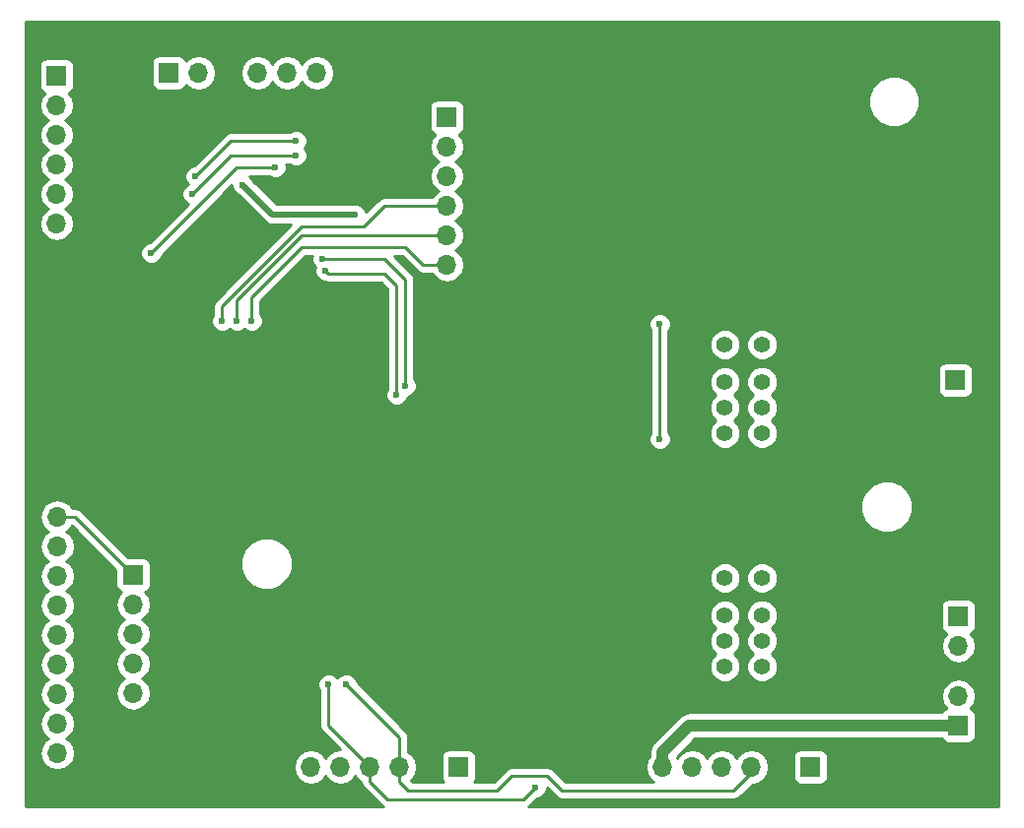
<source format=gbl>
G04 #@! TF.FileFunction,Copper,L2,Bot,Mixed*
%FSLAX46Y46*%
G04 Gerber Fmt 4.6, Leading zero omitted, Abs format (unit mm)*
G04 Created by KiCad (PCBNEW 4.0.7) date 07/06/18 10:56:57*
%MOMM*%
%LPD*%
G01*
G04 APERTURE LIST*
%ADD10C,0.100000*%
%ADD11R,1.700000X1.700000*%
%ADD12O,1.700000X1.700000*%
%ADD13C,1.400000*%
%ADD14C,0.600000*%
%ADD15C,0.254000*%
%ADD16C,0.203200*%
%ADD17C,1.016000*%
%ADD18C,0.250000*%
%ADD19C,0.508000*%
G04 APERTURE END LIST*
D10*
D11*
X49784000Y-73152000D03*
D12*
X52324000Y-73152000D03*
X54864000Y-73152000D03*
X57404000Y-73152000D03*
X59944000Y-73152000D03*
X62484000Y-73152000D03*
D11*
X74676000Y-132842000D03*
D12*
X72136000Y-132842000D03*
X69596000Y-132842000D03*
X67056000Y-132842000D03*
X64516000Y-132842000D03*
X61976000Y-132842000D03*
D11*
X104902000Y-132842000D03*
D12*
X102362000Y-132842000D03*
X99822000Y-132842000D03*
X97282000Y-132842000D03*
X94742000Y-132842000D03*
X92202000Y-132842000D03*
D11*
X117348000Y-99568000D03*
D12*
X117348000Y-102108000D03*
D11*
X117602000Y-119888000D03*
D12*
X117602000Y-122428000D03*
D13*
X97536000Y-96520000D03*
X100736000Y-96520000D03*
X97536000Y-99720000D03*
X97536000Y-101920000D03*
X97536000Y-104120000D03*
X100736000Y-99720000D03*
X100736000Y-101920000D03*
X100736000Y-104120000D03*
X97536000Y-116586000D03*
X100736000Y-116586000D03*
X97536000Y-119786000D03*
X97536000Y-121986000D03*
X97536000Y-124186000D03*
X100736000Y-119786000D03*
X100736000Y-121986000D03*
X100736000Y-124186000D03*
D11*
X117602000Y-129286000D03*
D12*
X117602000Y-126746000D03*
D11*
X40132000Y-73406000D03*
D12*
X40132000Y-75946000D03*
X40132000Y-78486000D03*
X40132000Y-81026000D03*
X40132000Y-83566000D03*
X40132000Y-86106000D03*
D11*
X73660000Y-76962000D03*
D12*
X73660000Y-79502000D03*
X73660000Y-82042000D03*
X73660000Y-84582000D03*
X73660000Y-87122000D03*
X73660000Y-89662000D03*
D11*
X40182800Y-108788200D03*
D12*
X40182800Y-111328200D03*
X40182800Y-113868200D03*
X40182800Y-116408200D03*
X40182800Y-118948200D03*
X40182800Y-121488200D03*
X40182800Y-124028200D03*
X40182800Y-126568200D03*
X40182800Y-129108200D03*
X40182800Y-131648200D03*
D11*
X46710600Y-116332000D03*
D12*
X46710600Y-118872000D03*
X46710600Y-121412000D03*
X46710600Y-123952000D03*
X46710600Y-126492000D03*
D14*
X42418000Y-103124000D03*
X43688000Y-102616000D03*
X43688000Y-104648000D03*
X53063140Y-131907280D03*
X52646580Y-130576320D03*
X54378860Y-130048000D03*
X54378860Y-131678680D03*
X61722000Y-84074000D03*
X96520000Y-93218000D03*
X95758000Y-93980000D03*
X97536000Y-93980000D03*
X96266000Y-113030000D03*
X97028000Y-113792000D03*
X98298000Y-113284000D03*
X57150000Y-99060000D03*
X55372000Y-98552000D03*
X67818000Y-95758000D03*
X67564000Y-93980000D03*
X62230000Y-91948000D03*
X51562000Y-90678000D03*
X53086000Y-129286000D03*
X46228000Y-130810000D03*
X42418000Y-104648000D03*
X58928000Y-81280000D03*
X48260000Y-88646000D03*
X60706000Y-78994000D03*
X52070000Y-82042000D03*
X91948000Y-104648000D03*
X91948000Y-94742000D03*
X60706000Y-80264000D03*
X51816000Y-83566000D03*
X65786000Y-85344000D03*
X56134000Y-82804000D03*
X62992000Y-89154000D03*
X65024000Y-125730000D03*
X70104000Y-100076000D03*
X63246000Y-90170000D03*
X63500000Y-125730000D03*
X69342000Y-100838000D03*
X81280000Y-134620000D03*
X54356000Y-94488000D03*
X55626000Y-94488000D03*
X56896000Y-94488000D03*
D15*
X43180000Y-103124000D02*
X42418000Y-103124000D01*
X43688000Y-102616000D02*
X43180000Y-103124000D01*
D16*
X52646580Y-130576320D02*
X52646580Y-131490720D01*
X52646580Y-131490720D02*
X53063140Y-131907280D01*
X54378860Y-131678680D02*
X54378860Y-130048000D01*
D15*
X97536000Y-93980000D02*
X95758000Y-93980000D01*
X97790000Y-113792000D02*
X97028000Y-113792000D01*
X98298000Y-113284000D02*
X97790000Y-113792000D01*
X42418000Y-104648000D02*
X43688000Y-104648000D01*
D17*
X117602000Y-129286000D02*
X94488000Y-129286000D01*
X94488000Y-129286000D02*
X92202000Y-131572000D01*
X92202000Y-131572000D02*
X92202000Y-132842000D01*
D18*
X56134000Y-81280000D02*
X58928000Y-81280000D01*
D15*
X48260000Y-88646000D02*
X55626000Y-81280000D01*
X55626000Y-81280000D02*
X56134000Y-81280000D01*
X55118000Y-78994000D02*
X60706000Y-78994000D01*
X52070000Y-82042000D02*
X55118000Y-78994000D01*
X91948000Y-94742000D02*
X91948000Y-104648000D01*
X55118000Y-80264000D02*
X60706000Y-80264000D01*
X51816000Y-83566000D02*
X55118000Y-80264000D01*
D19*
X58674000Y-85344000D02*
X65786000Y-85344000D01*
X56134000Y-82804000D02*
X58674000Y-85344000D01*
D15*
X68326000Y-89154000D02*
X70104000Y-90932000D01*
X62992000Y-89154000D02*
X68326000Y-89154000D01*
X69596000Y-130302000D02*
X69596000Y-132842000D01*
X65024000Y-125730000D02*
X69596000Y-130302000D01*
X70104000Y-90932000D02*
X70104000Y-100076000D01*
X99822000Y-132842000D02*
X99822000Y-133350000D01*
X99822000Y-133350000D02*
X98298000Y-134874000D01*
X69596000Y-134112000D02*
X69596000Y-132842000D01*
X70358000Y-134874000D02*
X69596000Y-134112000D01*
X77978000Y-134874000D02*
X70358000Y-134874000D01*
X79248000Y-133604000D02*
X77978000Y-134874000D01*
X82296000Y-133604000D02*
X79248000Y-133604000D01*
X83566000Y-134874000D02*
X82296000Y-133604000D01*
X98298000Y-134874000D02*
X83566000Y-134874000D01*
X68326000Y-90424000D02*
X69342000Y-91440000D01*
X63246000Y-90170000D02*
X63500000Y-90424000D01*
X68326000Y-90424000D02*
X63500000Y-90424000D01*
X63500000Y-129286000D02*
X67056000Y-132842000D01*
X63500000Y-125730000D02*
X63500000Y-129286000D01*
X69342000Y-91440000D02*
X69342000Y-100838000D01*
X67056000Y-132842000D02*
X67056000Y-134112000D01*
X67056000Y-134112000D02*
X68580000Y-135636000D01*
X68580000Y-135636000D02*
X80264000Y-135636000D01*
X80264000Y-135636000D02*
X81280000Y-134620000D01*
X73660000Y-84582000D02*
X68326000Y-84582000D01*
X54356000Y-93218000D02*
X54356000Y-94488000D01*
X61214000Y-86360000D02*
X54356000Y-93218000D01*
X66548000Y-86360000D02*
X61214000Y-86360000D01*
X68326000Y-84582000D02*
X66548000Y-86360000D01*
X73660000Y-87122000D02*
X61214000Y-87122000D01*
X55626000Y-92710000D02*
X55626000Y-94488000D01*
X61214000Y-87122000D02*
X55626000Y-92710000D01*
X73660000Y-89662000D02*
X71628000Y-89662000D01*
X56896000Y-92456000D02*
X56896000Y-94488000D01*
X61214000Y-88138000D02*
X56896000Y-92456000D01*
X70104000Y-88138000D02*
X61214000Y-88138000D01*
X71628000Y-89662000D02*
X70104000Y-88138000D01*
X40182800Y-111328200D02*
X41706800Y-111328200D01*
X41706800Y-111328200D02*
X46710600Y-116332000D01*
G36*
X121032200Y-136271000D02*
X80658864Y-136271000D01*
X80802815Y-136174815D01*
X81422505Y-135555125D01*
X81465167Y-135555162D01*
X81808943Y-135413117D01*
X82072192Y-135150327D01*
X82214838Y-134806799D01*
X82215018Y-134600648D01*
X83027184Y-135412815D01*
X83274395Y-135577996D01*
X83566000Y-135636000D01*
X98298000Y-135636000D01*
X98589605Y-135577996D01*
X98836815Y-135412815D01*
X99911301Y-134338330D01*
X100390285Y-134243054D01*
X100872054Y-133921147D01*
X101193961Y-133439378D01*
X101307000Y-132871093D01*
X101307000Y-132812907D01*
X101193961Y-132244622D01*
X101025165Y-131992000D01*
X103404560Y-131992000D01*
X103404560Y-133692000D01*
X103448838Y-133927317D01*
X103587910Y-134143441D01*
X103800110Y-134288431D01*
X104052000Y-134339440D01*
X105752000Y-134339440D01*
X105987317Y-134295162D01*
X106203441Y-134156090D01*
X106348431Y-133943890D01*
X106399440Y-133692000D01*
X106399440Y-131992000D01*
X106355162Y-131756683D01*
X106216090Y-131540559D01*
X106003890Y-131395569D01*
X105752000Y-131344560D01*
X104052000Y-131344560D01*
X103816683Y-131388838D01*
X103600559Y-131527910D01*
X103455569Y-131740110D01*
X103404560Y-131992000D01*
X101025165Y-131992000D01*
X100872054Y-131762853D01*
X100390285Y-131440946D01*
X99822000Y-131327907D01*
X99253715Y-131440946D01*
X98771946Y-131762853D01*
X98552000Y-132092026D01*
X98332054Y-131762853D01*
X97850285Y-131440946D01*
X97282000Y-131327907D01*
X96713715Y-131440946D01*
X96231946Y-131762853D01*
X96012000Y-132092026D01*
X95792054Y-131762853D01*
X95310285Y-131440946D01*
X94742000Y-131327907D01*
X94173715Y-131440946D01*
X93691946Y-131762853D01*
X93472000Y-132092026D01*
X93402474Y-131987972D01*
X94961446Y-130429000D01*
X116185956Y-130429000D01*
X116287910Y-130587441D01*
X116500110Y-130732431D01*
X116752000Y-130783440D01*
X118452000Y-130783440D01*
X118687317Y-130739162D01*
X118903441Y-130600090D01*
X119048431Y-130387890D01*
X119099440Y-130136000D01*
X119099440Y-128436000D01*
X119055162Y-128200683D01*
X118916090Y-127984559D01*
X118703890Y-127839569D01*
X118636459Y-127825914D01*
X118681147Y-127796054D01*
X119003054Y-127314285D01*
X119116093Y-126746000D01*
X119003054Y-126177715D01*
X118681147Y-125695946D01*
X118199378Y-125374039D01*
X117631093Y-125261000D01*
X117572907Y-125261000D01*
X117004622Y-125374039D01*
X116522853Y-125695946D01*
X116200946Y-126177715D01*
X116087907Y-126746000D01*
X116200946Y-127314285D01*
X116522853Y-127796054D01*
X116564452Y-127823850D01*
X116516683Y-127832838D01*
X116300559Y-127971910D01*
X116183658Y-128143000D01*
X94488000Y-128143000D01*
X94050593Y-128230006D01*
X93679777Y-128477777D01*
X91393777Y-130763777D01*
X91146006Y-131134593D01*
X91059000Y-131572000D01*
X91059000Y-131901957D01*
X90830039Y-132244622D01*
X90717000Y-132812907D01*
X90717000Y-132871093D01*
X90830039Y-133439378D01*
X91151946Y-133921147D01*
X91437578Y-134112000D01*
X83881631Y-134112000D01*
X82834815Y-133065185D01*
X82767432Y-133020161D01*
X82587605Y-132900004D01*
X82296000Y-132842000D01*
X79248000Y-132842000D01*
X78956395Y-132900004D01*
X78709184Y-133065185D01*
X77662370Y-134112000D01*
X76007566Y-134112000D01*
X76122431Y-133943890D01*
X76173440Y-133692000D01*
X76173440Y-131992000D01*
X76129162Y-131756683D01*
X75990090Y-131540559D01*
X75777890Y-131395569D01*
X75526000Y-131344560D01*
X73826000Y-131344560D01*
X73590683Y-131388838D01*
X73374559Y-131527910D01*
X73229569Y-131740110D01*
X73178560Y-131992000D01*
X73178560Y-133692000D01*
X73222838Y-133927317D01*
X73341678Y-134112000D01*
X70673631Y-134112000D01*
X70548177Y-133986546D01*
X70646054Y-133921147D01*
X70967961Y-133439378D01*
X71081000Y-132871093D01*
X71081000Y-132812907D01*
X70967961Y-132244622D01*
X70646054Y-131762853D01*
X70358000Y-131570382D01*
X70358000Y-130302000D01*
X70299996Y-130010395D01*
X70175995Y-129824815D01*
X70134815Y-129763184D01*
X65959125Y-125587495D01*
X65959162Y-125544833D01*
X65817117Y-125201057D01*
X65554327Y-124937808D01*
X65210799Y-124795162D01*
X64838833Y-124794838D01*
X64495057Y-124936883D01*
X64261824Y-125169709D01*
X64030327Y-124937808D01*
X63686799Y-124795162D01*
X63314833Y-124794838D01*
X62971057Y-124936883D01*
X62707808Y-125199673D01*
X62565162Y-125543201D01*
X62564838Y-125915167D01*
X62706883Y-126258943D01*
X62738000Y-126290114D01*
X62738000Y-129286000D01*
X62796004Y-129577605D01*
X62920005Y-129763185D01*
X62961185Y-129824815D01*
X64472858Y-131336488D01*
X63947715Y-131440946D01*
X63465946Y-131762853D01*
X63246000Y-132092026D01*
X63026054Y-131762853D01*
X62544285Y-131440946D01*
X61976000Y-131327907D01*
X61407715Y-131440946D01*
X60925946Y-131762853D01*
X60604039Y-132244622D01*
X60491000Y-132812907D01*
X60491000Y-132871093D01*
X60604039Y-133439378D01*
X60925946Y-133921147D01*
X61407715Y-134243054D01*
X61976000Y-134356093D01*
X62544285Y-134243054D01*
X63026054Y-133921147D01*
X63246000Y-133591974D01*
X63465946Y-133921147D01*
X63947715Y-134243054D01*
X64516000Y-134356093D01*
X65084285Y-134243054D01*
X65566054Y-133921147D01*
X65786000Y-133591974D01*
X66005946Y-133921147D01*
X66294371Y-134113866D01*
X66352004Y-134403605D01*
X66471468Y-134582395D01*
X66517185Y-134650815D01*
X68041184Y-136174815D01*
X68185135Y-136271000D01*
X37489200Y-136271000D01*
X37489200Y-111328200D01*
X38668707Y-111328200D01*
X38781746Y-111896485D01*
X39103653Y-112378254D01*
X39432826Y-112598200D01*
X39103653Y-112818146D01*
X38781746Y-113299915D01*
X38668707Y-113868200D01*
X38781746Y-114436485D01*
X39103653Y-114918254D01*
X39432826Y-115138200D01*
X39103653Y-115358146D01*
X38781746Y-115839915D01*
X38668707Y-116408200D01*
X38781746Y-116976485D01*
X39103653Y-117458254D01*
X39432826Y-117678200D01*
X39103653Y-117898146D01*
X38781746Y-118379915D01*
X38668707Y-118948200D01*
X38781746Y-119516485D01*
X39103653Y-119998254D01*
X39432826Y-120218200D01*
X39103653Y-120438146D01*
X38781746Y-120919915D01*
X38668707Y-121488200D01*
X38781746Y-122056485D01*
X39103653Y-122538254D01*
X39432826Y-122758200D01*
X39103653Y-122978146D01*
X38781746Y-123459915D01*
X38668707Y-124028200D01*
X38781746Y-124596485D01*
X39103653Y-125078254D01*
X39432826Y-125298200D01*
X39103653Y-125518146D01*
X38781746Y-125999915D01*
X38668707Y-126568200D01*
X38781746Y-127136485D01*
X39103653Y-127618254D01*
X39432826Y-127838200D01*
X39103653Y-128058146D01*
X38781746Y-128539915D01*
X38668707Y-129108200D01*
X38781746Y-129676485D01*
X39103653Y-130158254D01*
X39432826Y-130378200D01*
X39103653Y-130598146D01*
X38781746Y-131079915D01*
X38668707Y-131648200D01*
X38781746Y-132216485D01*
X39103653Y-132698254D01*
X39585422Y-133020161D01*
X40153707Y-133133200D01*
X40211893Y-133133200D01*
X40780178Y-133020161D01*
X41261947Y-132698254D01*
X41583854Y-132216485D01*
X41696893Y-131648200D01*
X41583854Y-131079915D01*
X41261947Y-130598146D01*
X40932774Y-130378200D01*
X41261947Y-130158254D01*
X41583854Y-129676485D01*
X41696893Y-129108200D01*
X41583854Y-128539915D01*
X41261947Y-128058146D01*
X40932774Y-127838200D01*
X41261947Y-127618254D01*
X41583854Y-127136485D01*
X41696893Y-126568200D01*
X41583854Y-125999915D01*
X41261947Y-125518146D01*
X40932774Y-125298200D01*
X41261947Y-125078254D01*
X41583854Y-124596485D01*
X41696893Y-124028200D01*
X41583854Y-123459915D01*
X41261947Y-122978146D01*
X40932774Y-122758200D01*
X41261947Y-122538254D01*
X41583854Y-122056485D01*
X41696893Y-121488200D01*
X41583854Y-120919915D01*
X41261947Y-120438146D01*
X40932774Y-120218200D01*
X41261947Y-119998254D01*
X41583854Y-119516485D01*
X41696893Y-118948200D01*
X41583854Y-118379915D01*
X41261947Y-117898146D01*
X40932774Y-117678200D01*
X41261947Y-117458254D01*
X41583854Y-116976485D01*
X41696893Y-116408200D01*
X41583854Y-115839915D01*
X41261947Y-115358146D01*
X40932774Y-115138200D01*
X41261947Y-114918254D01*
X41583854Y-114436485D01*
X41696893Y-113868200D01*
X41583854Y-113299915D01*
X41261947Y-112818146D01*
X40932774Y-112598200D01*
X41261947Y-112378254D01*
X41429084Y-112128114D01*
X45213160Y-115912190D01*
X45213160Y-117182000D01*
X45257438Y-117417317D01*
X45396510Y-117633441D01*
X45608710Y-117778431D01*
X45676141Y-117792086D01*
X45631453Y-117821946D01*
X45309546Y-118303715D01*
X45196507Y-118872000D01*
X45309546Y-119440285D01*
X45631453Y-119922054D01*
X45960626Y-120142000D01*
X45631453Y-120361946D01*
X45309546Y-120843715D01*
X45196507Y-121412000D01*
X45309546Y-121980285D01*
X45631453Y-122462054D01*
X45960626Y-122682000D01*
X45631453Y-122901946D01*
X45309546Y-123383715D01*
X45196507Y-123952000D01*
X45309546Y-124520285D01*
X45631453Y-125002054D01*
X45960626Y-125222000D01*
X45631453Y-125441946D01*
X45309546Y-125923715D01*
X45196507Y-126492000D01*
X45309546Y-127060285D01*
X45631453Y-127542054D01*
X46113222Y-127863961D01*
X46681507Y-127977000D01*
X46739693Y-127977000D01*
X47307978Y-127863961D01*
X47789747Y-127542054D01*
X48111654Y-127060285D01*
X48224693Y-126492000D01*
X48111654Y-125923715D01*
X47789747Y-125441946D01*
X47460574Y-125222000D01*
X47789747Y-125002054D01*
X48111654Y-124520285D01*
X48224693Y-123952000D01*
X48111654Y-123383715D01*
X47789747Y-122901946D01*
X47460574Y-122682000D01*
X47789747Y-122462054D01*
X48111654Y-121980285D01*
X48224693Y-121412000D01*
X48111654Y-120843715D01*
X47789747Y-120361946D01*
X47460574Y-120142000D01*
X47597688Y-120050383D01*
X96200769Y-120050383D01*
X96403582Y-120541229D01*
X96748024Y-120886272D01*
X96404902Y-121228796D01*
X96201232Y-121719287D01*
X96200769Y-122250383D01*
X96403582Y-122741229D01*
X96748024Y-123086272D01*
X96404902Y-123428796D01*
X96201232Y-123919287D01*
X96200769Y-124450383D01*
X96403582Y-124941229D01*
X96778796Y-125317098D01*
X97269287Y-125520768D01*
X97800383Y-125521231D01*
X98291229Y-125318418D01*
X98667098Y-124943204D01*
X98870768Y-124452713D01*
X98871231Y-123921617D01*
X98668418Y-123430771D01*
X98323976Y-123085728D01*
X98667098Y-122743204D01*
X98870768Y-122252713D01*
X98871231Y-121721617D01*
X98668418Y-121230771D01*
X98323976Y-120885728D01*
X98667098Y-120543204D01*
X98870768Y-120052713D01*
X98870770Y-120050383D01*
X99400769Y-120050383D01*
X99603582Y-120541229D01*
X99948024Y-120886272D01*
X99604902Y-121228796D01*
X99401232Y-121719287D01*
X99400769Y-122250383D01*
X99603582Y-122741229D01*
X99948024Y-123086272D01*
X99604902Y-123428796D01*
X99401232Y-123919287D01*
X99400769Y-124450383D01*
X99603582Y-124941229D01*
X99978796Y-125317098D01*
X100469287Y-125520768D01*
X101000383Y-125521231D01*
X101491229Y-125318418D01*
X101867098Y-124943204D01*
X102070768Y-124452713D01*
X102071231Y-123921617D01*
X101868418Y-123430771D01*
X101523976Y-123085728D01*
X101867098Y-122743204D01*
X101997982Y-122428000D01*
X116087907Y-122428000D01*
X116200946Y-122996285D01*
X116522853Y-123478054D01*
X117004622Y-123799961D01*
X117572907Y-123913000D01*
X117631093Y-123913000D01*
X118199378Y-123799961D01*
X118681147Y-123478054D01*
X119003054Y-122996285D01*
X119116093Y-122428000D01*
X119003054Y-121859715D01*
X118681147Y-121377946D01*
X118639548Y-121350150D01*
X118687317Y-121341162D01*
X118903441Y-121202090D01*
X119048431Y-120989890D01*
X119099440Y-120738000D01*
X119099440Y-119038000D01*
X119055162Y-118802683D01*
X118916090Y-118586559D01*
X118703890Y-118441569D01*
X118452000Y-118390560D01*
X116752000Y-118390560D01*
X116516683Y-118434838D01*
X116300559Y-118573910D01*
X116155569Y-118786110D01*
X116104560Y-119038000D01*
X116104560Y-120738000D01*
X116148838Y-120973317D01*
X116287910Y-121189441D01*
X116500110Y-121334431D01*
X116567541Y-121348086D01*
X116522853Y-121377946D01*
X116200946Y-121859715D01*
X116087907Y-122428000D01*
X101997982Y-122428000D01*
X102070768Y-122252713D01*
X102071231Y-121721617D01*
X101868418Y-121230771D01*
X101523976Y-120885728D01*
X101867098Y-120543204D01*
X102070768Y-120052713D01*
X102071231Y-119521617D01*
X101868418Y-119030771D01*
X101493204Y-118654902D01*
X101002713Y-118451232D01*
X100471617Y-118450769D01*
X99980771Y-118653582D01*
X99604902Y-119028796D01*
X99401232Y-119519287D01*
X99400769Y-120050383D01*
X98870770Y-120050383D01*
X98871231Y-119521617D01*
X98668418Y-119030771D01*
X98293204Y-118654902D01*
X97802713Y-118451232D01*
X97271617Y-118450769D01*
X96780771Y-118653582D01*
X96404902Y-119028796D01*
X96201232Y-119519287D01*
X96200769Y-120050383D01*
X47597688Y-120050383D01*
X47789747Y-119922054D01*
X48111654Y-119440285D01*
X48224693Y-118872000D01*
X48111654Y-118303715D01*
X47789747Y-117821946D01*
X47748148Y-117794150D01*
X47795917Y-117785162D01*
X48012041Y-117646090D01*
X48157031Y-117433890D01*
X48208040Y-117182000D01*
X48208040Y-115784019D01*
X55930613Y-115784019D01*
X56270155Y-116605772D01*
X56898321Y-117235036D01*
X57719481Y-117576011D01*
X58608619Y-117576787D01*
X59430372Y-117237245D01*
X59817910Y-116850383D01*
X96200769Y-116850383D01*
X96403582Y-117341229D01*
X96778796Y-117717098D01*
X97269287Y-117920768D01*
X97800383Y-117921231D01*
X98291229Y-117718418D01*
X98667098Y-117343204D01*
X98870768Y-116852713D01*
X98870770Y-116850383D01*
X99400769Y-116850383D01*
X99603582Y-117341229D01*
X99978796Y-117717098D01*
X100469287Y-117920768D01*
X101000383Y-117921231D01*
X101491229Y-117718418D01*
X101867098Y-117343204D01*
X102070768Y-116852713D01*
X102071231Y-116321617D01*
X101868418Y-115830771D01*
X101493204Y-115454902D01*
X101002713Y-115251232D01*
X100471617Y-115250769D01*
X99980771Y-115453582D01*
X99604902Y-115828796D01*
X99401232Y-116319287D01*
X99400769Y-116850383D01*
X98870770Y-116850383D01*
X98871231Y-116321617D01*
X98668418Y-115830771D01*
X98293204Y-115454902D01*
X97802713Y-115251232D01*
X97271617Y-115250769D01*
X96780771Y-115453582D01*
X96404902Y-115828796D01*
X96201232Y-116319287D01*
X96200769Y-116850383D01*
X59817910Y-116850383D01*
X60059636Y-116609079D01*
X60400611Y-115787919D01*
X60401387Y-114898781D01*
X60061845Y-114077028D01*
X59433679Y-113447764D01*
X58612519Y-113106789D01*
X57723381Y-113106013D01*
X56901628Y-113445555D01*
X56272364Y-114073721D01*
X55931389Y-114894881D01*
X55930613Y-115784019D01*
X48208040Y-115784019D01*
X48208040Y-115482000D01*
X48163762Y-115246683D01*
X48024690Y-115030559D01*
X47812490Y-114885569D01*
X47560600Y-114834560D01*
X46290790Y-114834560D01*
X42363449Y-110907219D01*
X109219813Y-110907219D01*
X109559355Y-111728972D01*
X110187521Y-112358236D01*
X111008681Y-112699211D01*
X111897819Y-112699987D01*
X112719572Y-112360445D01*
X113348836Y-111732279D01*
X113689811Y-110911119D01*
X113690587Y-110021981D01*
X113351045Y-109200228D01*
X112722879Y-108570964D01*
X111901719Y-108229989D01*
X111012581Y-108229213D01*
X110190828Y-108568755D01*
X109561564Y-109196921D01*
X109220589Y-110018081D01*
X109219813Y-110907219D01*
X42363449Y-110907219D01*
X42245615Y-110789385D01*
X42201510Y-110759915D01*
X41998405Y-110624204D01*
X41706800Y-110566200D01*
X41454418Y-110566200D01*
X41261947Y-110278146D01*
X40780178Y-109956239D01*
X40211893Y-109843200D01*
X40153707Y-109843200D01*
X39585422Y-109956239D01*
X39103653Y-110278146D01*
X38781746Y-110759915D01*
X38668707Y-111328200D01*
X37489200Y-111328200D01*
X37489200Y-88831167D01*
X47324838Y-88831167D01*
X47466883Y-89174943D01*
X47729673Y-89438192D01*
X48073201Y-89580838D01*
X48445167Y-89581162D01*
X48788943Y-89439117D01*
X49052192Y-89176327D01*
X49194838Y-88832799D01*
X49194876Y-88788754D01*
X55199016Y-82784614D01*
X55198838Y-82989167D01*
X55340883Y-83332943D01*
X55603673Y-83596192D01*
X55715313Y-83642549D01*
X58045382Y-85972618D01*
X58333794Y-86165329D01*
X58674000Y-86233000D01*
X60263369Y-86233000D01*
X53817185Y-92679185D01*
X53652004Y-92926395D01*
X53594000Y-93218000D01*
X53594000Y-93927534D01*
X53563808Y-93957673D01*
X53421162Y-94301201D01*
X53420838Y-94673167D01*
X53562883Y-95016943D01*
X53825673Y-95280192D01*
X54169201Y-95422838D01*
X54541167Y-95423162D01*
X54884943Y-95281117D01*
X54990954Y-95175290D01*
X55095673Y-95280192D01*
X55439201Y-95422838D01*
X55811167Y-95423162D01*
X56154943Y-95281117D01*
X56260954Y-95175290D01*
X56365673Y-95280192D01*
X56709201Y-95422838D01*
X57081167Y-95423162D01*
X57424943Y-95281117D01*
X57688192Y-95018327D01*
X57830838Y-94674799D01*
X57831162Y-94302833D01*
X57689117Y-93959057D01*
X57658000Y-93927886D01*
X57658000Y-92771630D01*
X61529630Y-88900000D01*
X62085066Y-88900000D01*
X62057162Y-88967201D01*
X62056838Y-89339167D01*
X62198883Y-89682943D01*
X62366230Y-89850583D01*
X62311162Y-89983201D01*
X62310838Y-90355167D01*
X62452883Y-90698943D01*
X62715673Y-90962192D01*
X63059201Y-91104838D01*
X63173886Y-91104938D01*
X63208395Y-91127996D01*
X63500000Y-91186000D01*
X68010370Y-91186000D01*
X68580000Y-91755630D01*
X68580000Y-100277534D01*
X68549808Y-100307673D01*
X68407162Y-100651201D01*
X68406838Y-101023167D01*
X68548883Y-101366943D01*
X68811673Y-101630192D01*
X69155201Y-101772838D01*
X69527167Y-101773162D01*
X69870943Y-101631117D01*
X70134192Y-101368327D01*
X70276838Y-101024799D01*
X70276850Y-101011151D01*
X70289167Y-101011162D01*
X70632943Y-100869117D01*
X70896192Y-100606327D01*
X71038838Y-100262799D01*
X71039162Y-99890833D01*
X70897117Y-99547057D01*
X70866000Y-99515886D01*
X70866000Y-94927167D01*
X91012838Y-94927167D01*
X91154883Y-95270943D01*
X91186000Y-95302114D01*
X91186000Y-104087534D01*
X91155808Y-104117673D01*
X91013162Y-104461201D01*
X91012838Y-104833167D01*
X91154883Y-105176943D01*
X91417673Y-105440192D01*
X91761201Y-105582838D01*
X92133167Y-105583162D01*
X92476943Y-105441117D01*
X92740192Y-105178327D01*
X92882838Y-104834799D01*
X92883162Y-104462833D01*
X92741117Y-104119057D01*
X92710000Y-104087886D01*
X92710000Y-99984383D01*
X96200769Y-99984383D01*
X96403582Y-100475229D01*
X96748024Y-100820272D01*
X96404902Y-101162796D01*
X96201232Y-101653287D01*
X96200769Y-102184383D01*
X96403582Y-102675229D01*
X96748024Y-103020272D01*
X96404902Y-103362796D01*
X96201232Y-103853287D01*
X96200769Y-104384383D01*
X96403582Y-104875229D01*
X96778796Y-105251098D01*
X97269287Y-105454768D01*
X97800383Y-105455231D01*
X98291229Y-105252418D01*
X98667098Y-104877204D01*
X98870768Y-104386713D01*
X98871231Y-103855617D01*
X98668418Y-103364771D01*
X98323976Y-103019728D01*
X98667098Y-102677204D01*
X98870768Y-102186713D01*
X98871231Y-101655617D01*
X98668418Y-101164771D01*
X98323976Y-100819728D01*
X98667098Y-100477204D01*
X98870768Y-99986713D01*
X98870770Y-99984383D01*
X99400769Y-99984383D01*
X99603582Y-100475229D01*
X99948024Y-100820272D01*
X99604902Y-101162796D01*
X99401232Y-101653287D01*
X99400769Y-102184383D01*
X99603582Y-102675229D01*
X99948024Y-103020272D01*
X99604902Y-103362796D01*
X99401232Y-103853287D01*
X99400769Y-104384383D01*
X99603582Y-104875229D01*
X99978796Y-105251098D01*
X100469287Y-105454768D01*
X101000383Y-105455231D01*
X101491229Y-105252418D01*
X101867098Y-104877204D01*
X102070768Y-104386713D01*
X102071231Y-103855617D01*
X101868418Y-103364771D01*
X101523976Y-103019728D01*
X101867098Y-102677204D01*
X102070768Y-102186713D01*
X102071231Y-101655617D01*
X101868418Y-101164771D01*
X101523976Y-100819728D01*
X101867098Y-100477204D01*
X102070768Y-99986713D01*
X102071231Y-99455617D01*
X101868418Y-98964771D01*
X101622078Y-98718000D01*
X115850560Y-98718000D01*
X115850560Y-100418000D01*
X115894838Y-100653317D01*
X116033910Y-100869441D01*
X116246110Y-101014431D01*
X116498000Y-101065440D01*
X118198000Y-101065440D01*
X118433317Y-101021162D01*
X118649441Y-100882090D01*
X118794431Y-100669890D01*
X118845440Y-100418000D01*
X118845440Y-98718000D01*
X118801162Y-98482683D01*
X118662090Y-98266559D01*
X118449890Y-98121569D01*
X118198000Y-98070560D01*
X116498000Y-98070560D01*
X116262683Y-98114838D01*
X116046559Y-98253910D01*
X115901569Y-98466110D01*
X115850560Y-98718000D01*
X101622078Y-98718000D01*
X101493204Y-98588902D01*
X101002713Y-98385232D01*
X100471617Y-98384769D01*
X99980771Y-98587582D01*
X99604902Y-98962796D01*
X99401232Y-99453287D01*
X99400769Y-99984383D01*
X98870770Y-99984383D01*
X98871231Y-99455617D01*
X98668418Y-98964771D01*
X98293204Y-98588902D01*
X97802713Y-98385232D01*
X97271617Y-98384769D01*
X96780771Y-98587582D01*
X96404902Y-98962796D01*
X96201232Y-99453287D01*
X96200769Y-99984383D01*
X92710000Y-99984383D01*
X92710000Y-96784383D01*
X96200769Y-96784383D01*
X96403582Y-97275229D01*
X96778796Y-97651098D01*
X97269287Y-97854768D01*
X97800383Y-97855231D01*
X98291229Y-97652418D01*
X98667098Y-97277204D01*
X98870768Y-96786713D01*
X98870770Y-96784383D01*
X99400769Y-96784383D01*
X99603582Y-97275229D01*
X99978796Y-97651098D01*
X100469287Y-97854768D01*
X101000383Y-97855231D01*
X101491229Y-97652418D01*
X101867098Y-97277204D01*
X102070768Y-96786713D01*
X102071231Y-96255617D01*
X101868418Y-95764771D01*
X101493204Y-95388902D01*
X101002713Y-95185232D01*
X100471617Y-95184769D01*
X99980771Y-95387582D01*
X99604902Y-95762796D01*
X99401232Y-96253287D01*
X99400769Y-96784383D01*
X98870770Y-96784383D01*
X98871231Y-96255617D01*
X98668418Y-95764771D01*
X98293204Y-95388902D01*
X97802713Y-95185232D01*
X97271617Y-95184769D01*
X96780771Y-95387582D01*
X96404902Y-95762796D01*
X96201232Y-96253287D01*
X96200769Y-96784383D01*
X92710000Y-96784383D01*
X92710000Y-95302466D01*
X92740192Y-95272327D01*
X92882838Y-94928799D01*
X92883162Y-94556833D01*
X92741117Y-94213057D01*
X92478327Y-93949808D01*
X92134799Y-93807162D01*
X91762833Y-93806838D01*
X91419057Y-93948883D01*
X91155808Y-94211673D01*
X91013162Y-94555201D01*
X91012838Y-94927167D01*
X70866000Y-94927167D01*
X70866000Y-90932000D01*
X70807996Y-90640395D01*
X70741834Y-90541377D01*
X70642816Y-90393185D01*
X69149630Y-88900000D01*
X69788370Y-88900000D01*
X71089184Y-90200815D01*
X71320188Y-90355167D01*
X71336395Y-90365996D01*
X71628000Y-90424000D01*
X72388382Y-90424000D01*
X72580853Y-90712054D01*
X73062622Y-91033961D01*
X73630907Y-91147000D01*
X73689093Y-91147000D01*
X74257378Y-91033961D01*
X74739147Y-90712054D01*
X75061054Y-90230285D01*
X75174093Y-89662000D01*
X75061054Y-89093715D01*
X74739147Y-88611946D01*
X74409974Y-88392000D01*
X74739147Y-88172054D01*
X75061054Y-87690285D01*
X75174093Y-87122000D01*
X75061054Y-86553715D01*
X74739147Y-86071946D01*
X74409974Y-85852000D01*
X74739147Y-85632054D01*
X75061054Y-85150285D01*
X75174093Y-84582000D01*
X75061054Y-84013715D01*
X74739147Y-83531946D01*
X74409974Y-83312000D01*
X74739147Y-83092054D01*
X75061054Y-82610285D01*
X75174093Y-82042000D01*
X75061054Y-81473715D01*
X74739147Y-80991946D01*
X74409974Y-80772000D01*
X74739147Y-80552054D01*
X75061054Y-80070285D01*
X75174093Y-79502000D01*
X75061054Y-78933715D01*
X74739147Y-78451946D01*
X74697548Y-78424150D01*
X74745317Y-78415162D01*
X74961441Y-78276090D01*
X75106431Y-78063890D01*
X75157440Y-77812000D01*
X75157440Y-76112000D01*
X75147359Y-76058419D01*
X109829413Y-76058419D01*
X110168955Y-76880172D01*
X110797121Y-77509436D01*
X111618281Y-77850411D01*
X112507419Y-77851187D01*
X113329172Y-77511645D01*
X113958436Y-76883479D01*
X114299411Y-76062319D01*
X114300187Y-75173181D01*
X113960645Y-74351428D01*
X113332479Y-73722164D01*
X112511319Y-73381189D01*
X111622181Y-73380413D01*
X110800428Y-73719955D01*
X110171164Y-74348121D01*
X109830189Y-75169281D01*
X109829413Y-76058419D01*
X75147359Y-76058419D01*
X75113162Y-75876683D01*
X74974090Y-75660559D01*
X74761890Y-75515569D01*
X74510000Y-75464560D01*
X72810000Y-75464560D01*
X72574683Y-75508838D01*
X72358559Y-75647910D01*
X72213569Y-75860110D01*
X72162560Y-76112000D01*
X72162560Y-77812000D01*
X72206838Y-78047317D01*
X72345910Y-78263441D01*
X72558110Y-78408431D01*
X72625541Y-78422086D01*
X72580853Y-78451946D01*
X72258946Y-78933715D01*
X72145907Y-79502000D01*
X72258946Y-80070285D01*
X72580853Y-80552054D01*
X72910026Y-80772000D01*
X72580853Y-80991946D01*
X72258946Y-81473715D01*
X72145907Y-82042000D01*
X72258946Y-82610285D01*
X72580853Y-83092054D01*
X72910026Y-83312000D01*
X72580853Y-83531946D01*
X72388382Y-83820000D01*
X68326000Y-83820000D01*
X68034395Y-83878004D01*
X67935377Y-83944166D01*
X67787185Y-84043184D01*
X66706652Y-85123717D01*
X66579117Y-84815057D01*
X66316327Y-84551808D01*
X65972799Y-84409162D01*
X65600833Y-84408838D01*
X65489112Y-84455000D01*
X59042236Y-84455000D01*
X56972762Y-82385526D01*
X56927117Y-82275057D01*
X56692470Y-82040000D01*
X58365537Y-82040000D01*
X58397673Y-82072192D01*
X58741201Y-82214838D01*
X59113167Y-82215162D01*
X59456943Y-82073117D01*
X59720192Y-81810327D01*
X59862838Y-81466799D01*
X59863162Y-81094833D01*
X59834721Y-81026000D01*
X60145534Y-81026000D01*
X60175673Y-81056192D01*
X60519201Y-81198838D01*
X60891167Y-81199162D01*
X61234943Y-81057117D01*
X61498192Y-80794327D01*
X61640838Y-80450799D01*
X61641162Y-80078833D01*
X61499117Y-79735057D01*
X61393290Y-79629046D01*
X61498192Y-79524327D01*
X61640838Y-79180799D01*
X61641162Y-78808833D01*
X61499117Y-78465057D01*
X61236327Y-78201808D01*
X60892799Y-78059162D01*
X60520833Y-78058838D01*
X60177057Y-78200883D01*
X60145886Y-78232000D01*
X55118000Y-78232000D01*
X54826395Y-78290004D01*
X54579185Y-78455185D01*
X51927495Y-81106875D01*
X51884833Y-81106838D01*
X51541057Y-81248883D01*
X51277808Y-81511673D01*
X51135162Y-81855201D01*
X51134838Y-82227167D01*
X51276883Y-82570943D01*
X51422574Y-82716889D01*
X51287057Y-82772883D01*
X51023808Y-83035673D01*
X50881162Y-83379201D01*
X50880838Y-83751167D01*
X51022883Y-84094943D01*
X51285673Y-84358192D01*
X51416043Y-84412327D01*
X48117495Y-87710875D01*
X48074833Y-87710838D01*
X47731057Y-87852883D01*
X47467808Y-88115673D01*
X47325162Y-88459201D01*
X47324838Y-88831167D01*
X37489200Y-88831167D01*
X37489200Y-75946000D01*
X38617907Y-75946000D01*
X38730946Y-76514285D01*
X39052853Y-76996054D01*
X39382026Y-77216000D01*
X39052853Y-77435946D01*
X38730946Y-77917715D01*
X38617907Y-78486000D01*
X38730946Y-79054285D01*
X39052853Y-79536054D01*
X39382026Y-79756000D01*
X39052853Y-79975946D01*
X38730946Y-80457715D01*
X38617907Y-81026000D01*
X38730946Y-81594285D01*
X39052853Y-82076054D01*
X39382026Y-82296000D01*
X39052853Y-82515946D01*
X38730946Y-82997715D01*
X38617907Y-83566000D01*
X38730946Y-84134285D01*
X39052853Y-84616054D01*
X39382026Y-84836000D01*
X39052853Y-85055946D01*
X38730946Y-85537715D01*
X38617907Y-86106000D01*
X38730946Y-86674285D01*
X39052853Y-87156054D01*
X39534622Y-87477961D01*
X40102907Y-87591000D01*
X40161093Y-87591000D01*
X40729378Y-87477961D01*
X41211147Y-87156054D01*
X41533054Y-86674285D01*
X41646093Y-86106000D01*
X41533054Y-85537715D01*
X41211147Y-85055946D01*
X40881974Y-84836000D01*
X41211147Y-84616054D01*
X41533054Y-84134285D01*
X41646093Y-83566000D01*
X41533054Y-82997715D01*
X41211147Y-82515946D01*
X40881974Y-82296000D01*
X41211147Y-82076054D01*
X41533054Y-81594285D01*
X41646093Y-81026000D01*
X41533054Y-80457715D01*
X41211147Y-79975946D01*
X40881974Y-79756000D01*
X41211147Y-79536054D01*
X41533054Y-79054285D01*
X41646093Y-78486000D01*
X41533054Y-77917715D01*
X41211147Y-77435946D01*
X40881974Y-77216000D01*
X41211147Y-76996054D01*
X41533054Y-76514285D01*
X41646093Y-75946000D01*
X41533054Y-75377715D01*
X41211147Y-74895946D01*
X41169548Y-74868150D01*
X41217317Y-74859162D01*
X41433441Y-74720090D01*
X41578431Y-74507890D01*
X41629440Y-74256000D01*
X41629440Y-72556000D01*
X41585162Y-72320683D01*
X41573140Y-72302000D01*
X48286560Y-72302000D01*
X48286560Y-74002000D01*
X48330838Y-74237317D01*
X48469910Y-74453441D01*
X48682110Y-74598431D01*
X48934000Y-74649440D01*
X50634000Y-74649440D01*
X50869317Y-74605162D01*
X51085441Y-74466090D01*
X51230431Y-74253890D01*
X51244086Y-74186459D01*
X51273946Y-74231147D01*
X51755715Y-74553054D01*
X52324000Y-74666093D01*
X52892285Y-74553054D01*
X53374054Y-74231147D01*
X53695961Y-73749378D01*
X53809000Y-73181093D01*
X53809000Y-73122907D01*
X55919000Y-73122907D01*
X55919000Y-73181093D01*
X56032039Y-73749378D01*
X56353946Y-74231147D01*
X56835715Y-74553054D01*
X57404000Y-74666093D01*
X57972285Y-74553054D01*
X58454054Y-74231147D01*
X58674000Y-73901974D01*
X58893946Y-74231147D01*
X59375715Y-74553054D01*
X59944000Y-74666093D01*
X60512285Y-74553054D01*
X60994054Y-74231147D01*
X61214000Y-73901974D01*
X61433946Y-74231147D01*
X61915715Y-74553054D01*
X62484000Y-74666093D01*
X63052285Y-74553054D01*
X63534054Y-74231147D01*
X63855961Y-73749378D01*
X63969000Y-73181093D01*
X63969000Y-73122907D01*
X63855961Y-72554622D01*
X63534054Y-72072853D01*
X63052285Y-71750946D01*
X62484000Y-71637907D01*
X61915715Y-71750946D01*
X61433946Y-72072853D01*
X61214000Y-72402026D01*
X60994054Y-72072853D01*
X60512285Y-71750946D01*
X59944000Y-71637907D01*
X59375715Y-71750946D01*
X58893946Y-72072853D01*
X58674000Y-72402026D01*
X58454054Y-72072853D01*
X57972285Y-71750946D01*
X57404000Y-71637907D01*
X56835715Y-71750946D01*
X56353946Y-72072853D01*
X56032039Y-72554622D01*
X55919000Y-73122907D01*
X53809000Y-73122907D01*
X53695961Y-72554622D01*
X53374054Y-72072853D01*
X52892285Y-71750946D01*
X52324000Y-71637907D01*
X51755715Y-71750946D01*
X51273946Y-72072853D01*
X51246150Y-72114452D01*
X51237162Y-72066683D01*
X51098090Y-71850559D01*
X50885890Y-71705569D01*
X50634000Y-71654560D01*
X48934000Y-71654560D01*
X48698683Y-71698838D01*
X48482559Y-71837910D01*
X48337569Y-72050110D01*
X48286560Y-72302000D01*
X41573140Y-72302000D01*
X41446090Y-72104559D01*
X41233890Y-71959569D01*
X40982000Y-71908560D01*
X39282000Y-71908560D01*
X39046683Y-71952838D01*
X38830559Y-72091910D01*
X38685569Y-72304110D01*
X38634560Y-72556000D01*
X38634560Y-74256000D01*
X38678838Y-74491317D01*
X38817910Y-74707441D01*
X39030110Y-74852431D01*
X39097541Y-74866086D01*
X39052853Y-74895946D01*
X38730946Y-75377715D01*
X38617907Y-75946000D01*
X37489200Y-75946000D01*
X37489200Y-68731200D01*
X121032200Y-68731200D01*
X121032200Y-136271000D01*
X121032200Y-136271000D01*
G37*
X121032200Y-136271000D02*
X80658864Y-136271000D01*
X80802815Y-136174815D01*
X81422505Y-135555125D01*
X81465167Y-135555162D01*
X81808943Y-135413117D01*
X82072192Y-135150327D01*
X82214838Y-134806799D01*
X82215018Y-134600648D01*
X83027184Y-135412815D01*
X83274395Y-135577996D01*
X83566000Y-135636000D01*
X98298000Y-135636000D01*
X98589605Y-135577996D01*
X98836815Y-135412815D01*
X99911301Y-134338330D01*
X100390285Y-134243054D01*
X100872054Y-133921147D01*
X101193961Y-133439378D01*
X101307000Y-132871093D01*
X101307000Y-132812907D01*
X101193961Y-132244622D01*
X101025165Y-131992000D01*
X103404560Y-131992000D01*
X103404560Y-133692000D01*
X103448838Y-133927317D01*
X103587910Y-134143441D01*
X103800110Y-134288431D01*
X104052000Y-134339440D01*
X105752000Y-134339440D01*
X105987317Y-134295162D01*
X106203441Y-134156090D01*
X106348431Y-133943890D01*
X106399440Y-133692000D01*
X106399440Y-131992000D01*
X106355162Y-131756683D01*
X106216090Y-131540559D01*
X106003890Y-131395569D01*
X105752000Y-131344560D01*
X104052000Y-131344560D01*
X103816683Y-131388838D01*
X103600559Y-131527910D01*
X103455569Y-131740110D01*
X103404560Y-131992000D01*
X101025165Y-131992000D01*
X100872054Y-131762853D01*
X100390285Y-131440946D01*
X99822000Y-131327907D01*
X99253715Y-131440946D01*
X98771946Y-131762853D01*
X98552000Y-132092026D01*
X98332054Y-131762853D01*
X97850285Y-131440946D01*
X97282000Y-131327907D01*
X96713715Y-131440946D01*
X96231946Y-131762853D01*
X96012000Y-132092026D01*
X95792054Y-131762853D01*
X95310285Y-131440946D01*
X94742000Y-131327907D01*
X94173715Y-131440946D01*
X93691946Y-131762853D01*
X93472000Y-132092026D01*
X93402474Y-131987972D01*
X94961446Y-130429000D01*
X116185956Y-130429000D01*
X116287910Y-130587441D01*
X116500110Y-130732431D01*
X116752000Y-130783440D01*
X118452000Y-130783440D01*
X118687317Y-130739162D01*
X118903441Y-130600090D01*
X119048431Y-130387890D01*
X119099440Y-130136000D01*
X119099440Y-128436000D01*
X119055162Y-128200683D01*
X118916090Y-127984559D01*
X118703890Y-127839569D01*
X118636459Y-127825914D01*
X118681147Y-127796054D01*
X119003054Y-127314285D01*
X119116093Y-126746000D01*
X119003054Y-126177715D01*
X118681147Y-125695946D01*
X118199378Y-125374039D01*
X117631093Y-125261000D01*
X117572907Y-125261000D01*
X117004622Y-125374039D01*
X116522853Y-125695946D01*
X116200946Y-126177715D01*
X116087907Y-126746000D01*
X116200946Y-127314285D01*
X116522853Y-127796054D01*
X116564452Y-127823850D01*
X116516683Y-127832838D01*
X116300559Y-127971910D01*
X116183658Y-128143000D01*
X94488000Y-128143000D01*
X94050593Y-128230006D01*
X93679777Y-128477777D01*
X91393777Y-130763777D01*
X91146006Y-131134593D01*
X91059000Y-131572000D01*
X91059000Y-131901957D01*
X90830039Y-132244622D01*
X90717000Y-132812907D01*
X90717000Y-132871093D01*
X90830039Y-133439378D01*
X91151946Y-133921147D01*
X91437578Y-134112000D01*
X83881631Y-134112000D01*
X82834815Y-133065185D01*
X82767432Y-133020161D01*
X82587605Y-132900004D01*
X82296000Y-132842000D01*
X79248000Y-132842000D01*
X78956395Y-132900004D01*
X78709184Y-133065185D01*
X77662370Y-134112000D01*
X76007566Y-134112000D01*
X76122431Y-133943890D01*
X76173440Y-133692000D01*
X76173440Y-131992000D01*
X76129162Y-131756683D01*
X75990090Y-131540559D01*
X75777890Y-131395569D01*
X75526000Y-131344560D01*
X73826000Y-131344560D01*
X73590683Y-131388838D01*
X73374559Y-131527910D01*
X73229569Y-131740110D01*
X73178560Y-131992000D01*
X73178560Y-133692000D01*
X73222838Y-133927317D01*
X73341678Y-134112000D01*
X70673631Y-134112000D01*
X70548177Y-133986546D01*
X70646054Y-133921147D01*
X70967961Y-133439378D01*
X71081000Y-132871093D01*
X71081000Y-132812907D01*
X70967961Y-132244622D01*
X70646054Y-131762853D01*
X70358000Y-131570382D01*
X70358000Y-130302000D01*
X70299996Y-130010395D01*
X70175995Y-129824815D01*
X70134815Y-129763184D01*
X65959125Y-125587495D01*
X65959162Y-125544833D01*
X65817117Y-125201057D01*
X65554327Y-124937808D01*
X65210799Y-124795162D01*
X64838833Y-124794838D01*
X64495057Y-124936883D01*
X64261824Y-125169709D01*
X64030327Y-124937808D01*
X63686799Y-124795162D01*
X63314833Y-124794838D01*
X62971057Y-124936883D01*
X62707808Y-125199673D01*
X62565162Y-125543201D01*
X62564838Y-125915167D01*
X62706883Y-126258943D01*
X62738000Y-126290114D01*
X62738000Y-129286000D01*
X62796004Y-129577605D01*
X62920005Y-129763185D01*
X62961185Y-129824815D01*
X64472858Y-131336488D01*
X63947715Y-131440946D01*
X63465946Y-131762853D01*
X63246000Y-132092026D01*
X63026054Y-131762853D01*
X62544285Y-131440946D01*
X61976000Y-131327907D01*
X61407715Y-131440946D01*
X60925946Y-131762853D01*
X60604039Y-132244622D01*
X60491000Y-132812907D01*
X60491000Y-132871093D01*
X60604039Y-133439378D01*
X60925946Y-133921147D01*
X61407715Y-134243054D01*
X61976000Y-134356093D01*
X62544285Y-134243054D01*
X63026054Y-133921147D01*
X63246000Y-133591974D01*
X63465946Y-133921147D01*
X63947715Y-134243054D01*
X64516000Y-134356093D01*
X65084285Y-134243054D01*
X65566054Y-133921147D01*
X65786000Y-133591974D01*
X66005946Y-133921147D01*
X66294371Y-134113866D01*
X66352004Y-134403605D01*
X66471468Y-134582395D01*
X66517185Y-134650815D01*
X68041184Y-136174815D01*
X68185135Y-136271000D01*
X37489200Y-136271000D01*
X37489200Y-111328200D01*
X38668707Y-111328200D01*
X38781746Y-111896485D01*
X39103653Y-112378254D01*
X39432826Y-112598200D01*
X39103653Y-112818146D01*
X38781746Y-113299915D01*
X38668707Y-113868200D01*
X38781746Y-114436485D01*
X39103653Y-114918254D01*
X39432826Y-115138200D01*
X39103653Y-115358146D01*
X38781746Y-115839915D01*
X38668707Y-116408200D01*
X38781746Y-116976485D01*
X39103653Y-117458254D01*
X39432826Y-117678200D01*
X39103653Y-117898146D01*
X38781746Y-118379915D01*
X38668707Y-118948200D01*
X38781746Y-119516485D01*
X39103653Y-119998254D01*
X39432826Y-120218200D01*
X39103653Y-120438146D01*
X38781746Y-120919915D01*
X38668707Y-121488200D01*
X38781746Y-122056485D01*
X39103653Y-122538254D01*
X39432826Y-122758200D01*
X39103653Y-122978146D01*
X38781746Y-123459915D01*
X38668707Y-124028200D01*
X38781746Y-124596485D01*
X39103653Y-125078254D01*
X39432826Y-125298200D01*
X39103653Y-125518146D01*
X38781746Y-125999915D01*
X38668707Y-126568200D01*
X38781746Y-127136485D01*
X39103653Y-127618254D01*
X39432826Y-127838200D01*
X39103653Y-128058146D01*
X38781746Y-128539915D01*
X38668707Y-129108200D01*
X38781746Y-129676485D01*
X39103653Y-130158254D01*
X39432826Y-130378200D01*
X39103653Y-130598146D01*
X38781746Y-131079915D01*
X38668707Y-131648200D01*
X38781746Y-132216485D01*
X39103653Y-132698254D01*
X39585422Y-133020161D01*
X40153707Y-133133200D01*
X40211893Y-133133200D01*
X40780178Y-133020161D01*
X41261947Y-132698254D01*
X41583854Y-132216485D01*
X41696893Y-131648200D01*
X41583854Y-131079915D01*
X41261947Y-130598146D01*
X40932774Y-130378200D01*
X41261947Y-130158254D01*
X41583854Y-129676485D01*
X41696893Y-129108200D01*
X41583854Y-128539915D01*
X41261947Y-128058146D01*
X40932774Y-127838200D01*
X41261947Y-127618254D01*
X41583854Y-127136485D01*
X41696893Y-126568200D01*
X41583854Y-125999915D01*
X41261947Y-125518146D01*
X40932774Y-125298200D01*
X41261947Y-125078254D01*
X41583854Y-124596485D01*
X41696893Y-124028200D01*
X41583854Y-123459915D01*
X41261947Y-122978146D01*
X40932774Y-122758200D01*
X41261947Y-122538254D01*
X41583854Y-122056485D01*
X41696893Y-121488200D01*
X41583854Y-120919915D01*
X41261947Y-120438146D01*
X40932774Y-120218200D01*
X41261947Y-119998254D01*
X41583854Y-119516485D01*
X41696893Y-118948200D01*
X41583854Y-118379915D01*
X41261947Y-117898146D01*
X40932774Y-117678200D01*
X41261947Y-117458254D01*
X41583854Y-116976485D01*
X41696893Y-116408200D01*
X41583854Y-115839915D01*
X41261947Y-115358146D01*
X40932774Y-115138200D01*
X41261947Y-114918254D01*
X41583854Y-114436485D01*
X41696893Y-113868200D01*
X41583854Y-113299915D01*
X41261947Y-112818146D01*
X40932774Y-112598200D01*
X41261947Y-112378254D01*
X41429084Y-112128114D01*
X45213160Y-115912190D01*
X45213160Y-117182000D01*
X45257438Y-117417317D01*
X45396510Y-117633441D01*
X45608710Y-117778431D01*
X45676141Y-117792086D01*
X45631453Y-117821946D01*
X45309546Y-118303715D01*
X45196507Y-118872000D01*
X45309546Y-119440285D01*
X45631453Y-119922054D01*
X45960626Y-120142000D01*
X45631453Y-120361946D01*
X45309546Y-120843715D01*
X45196507Y-121412000D01*
X45309546Y-121980285D01*
X45631453Y-122462054D01*
X45960626Y-122682000D01*
X45631453Y-122901946D01*
X45309546Y-123383715D01*
X45196507Y-123952000D01*
X45309546Y-124520285D01*
X45631453Y-125002054D01*
X45960626Y-125222000D01*
X45631453Y-125441946D01*
X45309546Y-125923715D01*
X45196507Y-126492000D01*
X45309546Y-127060285D01*
X45631453Y-127542054D01*
X46113222Y-127863961D01*
X46681507Y-127977000D01*
X46739693Y-127977000D01*
X47307978Y-127863961D01*
X47789747Y-127542054D01*
X48111654Y-127060285D01*
X48224693Y-126492000D01*
X48111654Y-125923715D01*
X47789747Y-125441946D01*
X47460574Y-125222000D01*
X47789747Y-125002054D01*
X48111654Y-124520285D01*
X48224693Y-123952000D01*
X48111654Y-123383715D01*
X47789747Y-122901946D01*
X47460574Y-122682000D01*
X47789747Y-122462054D01*
X48111654Y-121980285D01*
X48224693Y-121412000D01*
X48111654Y-120843715D01*
X47789747Y-120361946D01*
X47460574Y-120142000D01*
X47597688Y-120050383D01*
X96200769Y-120050383D01*
X96403582Y-120541229D01*
X96748024Y-120886272D01*
X96404902Y-121228796D01*
X96201232Y-121719287D01*
X96200769Y-122250383D01*
X96403582Y-122741229D01*
X96748024Y-123086272D01*
X96404902Y-123428796D01*
X96201232Y-123919287D01*
X96200769Y-124450383D01*
X96403582Y-124941229D01*
X96778796Y-125317098D01*
X97269287Y-125520768D01*
X97800383Y-125521231D01*
X98291229Y-125318418D01*
X98667098Y-124943204D01*
X98870768Y-124452713D01*
X98871231Y-123921617D01*
X98668418Y-123430771D01*
X98323976Y-123085728D01*
X98667098Y-122743204D01*
X98870768Y-122252713D01*
X98871231Y-121721617D01*
X98668418Y-121230771D01*
X98323976Y-120885728D01*
X98667098Y-120543204D01*
X98870768Y-120052713D01*
X98870770Y-120050383D01*
X99400769Y-120050383D01*
X99603582Y-120541229D01*
X99948024Y-120886272D01*
X99604902Y-121228796D01*
X99401232Y-121719287D01*
X99400769Y-122250383D01*
X99603582Y-122741229D01*
X99948024Y-123086272D01*
X99604902Y-123428796D01*
X99401232Y-123919287D01*
X99400769Y-124450383D01*
X99603582Y-124941229D01*
X99978796Y-125317098D01*
X100469287Y-125520768D01*
X101000383Y-125521231D01*
X101491229Y-125318418D01*
X101867098Y-124943204D01*
X102070768Y-124452713D01*
X102071231Y-123921617D01*
X101868418Y-123430771D01*
X101523976Y-123085728D01*
X101867098Y-122743204D01*
X101997982Y-122428000D01*
X116087907Y-122428000D01*
X116200946Y-122996285D01*
X116522853Y-123478054D01*
X117004622Y-123799961D01*
X117572907Y-123913000D01*
X117631093Y-123913000D01*
X118199378Y-123799961D01*
X118681147Y-123478054D01*
X119003054Y-122996285D01*
X119116093Y-122428000D01*
X119003054Y-121859715D01*
X118681147Y-121377946D01*
X118639548Y-121350150D01*
X118687317Y-121341162D01*
X118903441Y-121202090D01*
X119048431Y-120989890D01*
X119099440Y-120738000D01*
X119099440Y-119038000D01*
X119055162Y-118802683D01*
X118916090Y-118586559D01*
X118703890Y-118441569D01*
X118452000Y-118390560D01*
X116752000Y-118390560D01*
X116516683Y-118434838D01*
X116300559Y-118573910D01*
X116155569Y-118786110D01*
X116104560Y-119038000D01*
X116104560Y-120738000D01*
X116148838Y-120973317D01*
X116287910Y-121189441D01*
X116500110Y-121334431D01*
X116567541Y-121348086D01*
X116522853Y-121377946D01*
X116200946Y-121859715D01*
X116087907Y-122428000D01*
X101997982Y-122428000D01*
X102070768Y-122252713D01*
X102071231Y-121721617D01*
X101868418Y-121230771D01*
X101523976Y-120885728D01*
X101867098Y-120543204D01*
X102070768Y-120052713D01*
X102071231Y-119521617D01*
X101868418Y-119030771D01*
X101493204Y-118654902D01*
X101002713Y-118451232D01*
X100471617Y-118450769D01*
X99980771Y-118653582D01*
X99604902Y-119028796D01*
X99401232Y-119519287D01*
X99400769Y-120050383D01*
X98870770Y-120050383D01*
X98871231Y-119521617D01*
X98668418Y-119030771D01*
X98293204Y-118654902D01*
X97802713Y-118451232D01*
X97271617Y-118450769D01*
X96780771Y-118653582D01*
X96404902Y-119028796D01*
X96201232Y-119519287D01*
X96200769Y-120050383D01*
X47597688Y-120050383D01*
X47789747Y-119922054D01*
X48111654Y-119440285D01*
X48224693Y-118872000D01*
X48111654Y-118303715D01*
X47789747Y-117821946D01*
X47748148Y-117794150D01*
X47795917Y-117785162D01*
X48012041Y-117646090D01*
X48157031Y-117433890D01*
X48208040Y-117182000D01*
X48208040Y-115784019D01*
X55930613Y-115784019D01*
X56270155Y-116605772D01*
X56898321Y-117235036D01*
X57719481Y-117576011D01*
X58608619Y-117576787D01*
X59430372Y-117237245D01*
X59817910Y-116850383D01*
X96200769Y-116850383D01*
X96403582Y-117341229D01*
X96778796Y-117717098D01*
X97269287Y-117920768D01*
X97800383Y-117921231D01*
X98291229Y-117718418D01*
X98667098Y-117343204D01*
X98870768Y-116852713D01*
X98870770Y-116850383D01*
X99400769Y-116850383D01*
X99603582Y-117341229D01*
X99978796Y-117717098D01*
X100469287Y-117920768D01*
X101000383Y-117921231D01*
X101491229Y-117718418D01*
X101867098Y-117343204D01*
X102070768Y-116852713D01*
X102071231Y-116321617D01*
X101868418Y-115830771D01*
X101493204Y-115454902D01*
X101002713Y-115251232D01*
X100471617Y-115250769D01*
X99980771Y-115453582D01*
X99604902Y-115828796D01*
X99401232Y-116319287D01*
X99400769Y-116850383D01*
X98870770Y-116850383D01*
X98871231Y-116321617D01*
X98668418Y-115830771D01*
X98293204Y-115454902D01*
X97802713Y-115251232D01*
X97271617Y-115250769D01*
X96780771Y-115453582D01*
X96404902Y-115828796D01*
X96201232Y-116319287D01*
X96200769Y-116850383D01*
X59817910Y-116850383D01*
X60059636Y-116609079D01*
X60400611Y-115787919D01*
X60401387Y-114898781D01*
X60061845Y-114077028D01*
X59433679Y-113447764D01*
X58612519Y-113106789D01*
X57723381Y-113106013D01*
X56901628Y-113445555D01*
X56272364Y-114073721D01*
X55931389Y-114894881D01*
X55930613Y-115784019D01*
X48208040Y-115784019D01*
X48208040Y-115482000D01*
X48163762Y-115246683D01*
X48024690Y-115030559D01*
X47812490Y-114885569D01*
X47560600Y-114834560D01*
X46290790Y-114834560D01*
X42363449Y-110907219D01*
X109219813Y-110907219D01*
X109559355Y-111728972D01*
X110187521Y-112358236D01*
X111008681Y-112699211D01*
X111897819Y-112699987D01*
X112719572Y-112360445D01*
X113348836Y-111732279D01*
X113689811Y-110911119D01*
X113690587Y-110021981D01*
X113351045Y-109200228D01*
X112722879Y-108570964D01*
X111901719Y-108229989D01*
X111012581Y-108229213D01*
X110190828Y-108568755D01*
X109561564Y-109196921D01*
X109220589Y-110018081D01*
X109219813Y-110907219D01*
X42363449Y-110907219D01*
X42245615Y-110789385D01*
X42201510Y-110759915D01*
X41998405Y-110624204D01*
X41706800Y-110566200D01*
X41454418Y-110566200D01*
X41261947Y-110278146D01*
X40780178Y-109956239D01*
X40211893Y-109843200D01*
X40153707Y-109843200D01*
X39585422Y-109956239D01*
X39103653Y-110278146D01*
X38781746Y-110759915D01*
X38668707Y-111328200D01*
X37489200Y-111328200D01*
X37489200Y-88831167D01*
X47324838Y-88831167D01*
X47466883Y-89174943D01*
X47729673Y-89438192D01*
X48073201Y-89580838D01*
X48445167Y-89581162D01*
X48788943Y-89439117D01*
X49052192Y-89176327D01*
X49194838Y-88832799D01*
X49194876Y-88788754D01*
X55199016Y-82784614D01*
X55198838Y-82989167D01*
X55340883Y-83332943D01*
X55603673Y-83596192D01*
X55715313Y-83642549D01*
X58045382Y-85972618D01*
X58333794Y-86165329D01*
X58674000Y-86233000D01*
X60263369Y-86233000D01*
X53817185Y-92679185D01*
X53652004Y-92926395D01*
X53594000Y-93218000D01*
X53594000Y-93927534D01*
X53563808Y-93957673D01*
X53421162Y-94301201D01*
X53420838Y-94673167D01*
X53562883Y-95016943D01*
X53825673Y-95280192D01*
X54169201Y-95422838D01*
X54541167Y-95423162D01*
X54884943Y-95281117D01*
X54990954Y-95175290D01*
X55095673Y-95280192D01*
X55439201Y-95422838D01*
X55811167Y-95423162D01*
X56154943Y-95281117D01*
X56260954Y-95175290D01*
X56365673Y-95280192D01*
X56709201Y-95422838D01*
X57081167Y-95423162D01*
X57424943Y-95281117D01*
X57688192Y-95018327D01*
X57830838Y-94674799D01*
X57831162Y-94302833D01*
X57689117Y-93959057D01*
X57658000Y-93927886D01*
X57658000Y-92771630D01*
X61529630Y-88900000D01*
X62085066Y-88900000D01*
X62057162Y-88967201D01*
X62056838Y-89339167D01*
X62198883Y-89682943D01*
X62366230Y-89850583D01*
X62311162Y-89983201D01*
X62310838Y-90355167D01*
X62452883Y-90698943D01*
X62715673Y-90962192D01*
X63059201Y-91104838D01*
X63173886Y-91104938D01*
X63208395Y-91127996D01*
X63500000Y-91186000D01*
X68010370Y-91186000D01*
X68580000Y-91755630D01*
X68580000Y-100277534D01*
X68549808Y-100307673D01*
X68407162Y-100651201D01*
X68406838Y-101023167D01*
X68548883Y-101366943D01*
X68811673Y-101630192D01*
X69155201Y-101772838D01*
X69527167Y-101773162D01*
X69870943Y-101631117D01*
X70134192Y-101368327D01*
X70276838Y-101024799D01*
X70276850Y-101011151D01*
X70289167Y-101011162D01*
X70632943Y-100869117D01*
X70896192Y-100606327D01*
X71038838Y-100262799D01*
X71039162Y-99890833D01*
X70897117Y-99547057D01*
X70866000Y-99515886D01*
X70866000Y-94927167D01*
X91012838Y-94927167D01*
X91154883Y-95270943D01*
X91186000Y-95302114D01*
X91186000Y-104087534D01*
X91155808Y-104117673D01*
X91013162Y-104461201D01*
X91012838Y-104833167D01*
X91154883Y-105176943D01*
X91417673Y-105440192D01*
X91761201Y-105582838D01*
X92133167Y-105583162D01*
X92476943Y-105441117D01*
X92740192Y-105178327D01*
X92882838Y-104834799D01*
X92883162Y-104462833D01*
X92741117Y-104119057D01*
X92710000Y-104087886D01*
X92710000Y-99984383D01*
X96200769Y-99984383D01*
X96403582Y-100475229D01*
X96748024Y-100820272D01*
X96404902Y-101162796D01*
X96201232Y-101653287D01*
X96200769Y-102184383D01*
X96403582Y-102675229D01*
X96748024Y-103020272D01*
X96404902Y-103362796D01*
X96201232Y-103853287D01*
X96200769Y-104384383D01*
X96403582Y-104875229D01*
X96778796Y-105251098D01*
X97269287Y-105454768D01*
X97800383Y-105455231D01*
X98291229Y-105252418D01*
X98667098Y-104877204D01*
X98870768Y-104386713D01*
X98871231Y-103855617D01*
X98668418Y-103364771D01*
X98323976Y-103019728D01*
X98667098Y-102677204D01*
X98870768Y-102186713D01*
X98871231Y-101655617D01*
X98668418Y-101164771D01*
X98323976Y-100819728D01*
X98667098Y-100477204D01*
X98870768Y-99986713D01*
X98870770Y-99984383D01*
X99400769Y-99984383D01*
X99603582Y-100475229D01*
X99948024Y-100820272D01*
X99604902Y-101162796D01*
X99401232Y-101653287D01*
X99400769Y-102184383D01*
X99603582Y-102675229D01*
X99948024Y-103020272D01*
X99604902Y-103362796D01*
X99401232Y-103853287D01*
X99400769Y-104384383D01*
X99603582Y-104875229D01*
X99978796Y-105251098D01*
X100469287Y-105454768D01*
X101000383Y-105455231D01*
X101491229Y-105252418D01*
X101867098Y-104877204D01*
X102070768Y-104386713D01*
X102071231Y-103855617D01*
X101868418Y-103364771D01*
X101523976Y-103019728D01*
X101867098Y-102677204D01*
X102070768Y-102186713D01*
X102071231Y-101655617D01*
X101868418Y-101164771D01*
X101523976Y-100819728D01*
X101867098Y-100477204D01*
X102070768Y-99986713D01*
X102071231Y-99455617D01*
X101868418Y-98964771D01*
X101622078Y-98718000D01*
X115850560Y-98718000D01*
X115850560Y-100418000D01*
X115894838Y-100653317D01*
X116033910Y-100869441D01*
X116246110Y-101014431D01*
X116498000Y-101065440D01*
X118198000Y-101065440D01*
X118433317Y-101021162D01*
X118649441Y-100882090D01*
X118794431Y-100669890D01*
X118845440Y-100418000D01*
X118845440Y-98718000D01*
X118801162Y-98482683D01*
X118662090Y-98266559D01*
X118449890Y-98121569D01*
X118198000Y-98070560D01*
X116498000Y-98070560D01*
X116262683Y-98114838D01*
X116046559Y-98253910D01*
X115901569Y-98466110D01*
X115850560Y-98718000D01*
X101622078Y-98718000D01*
X101493204Y-98588902D01*
X101002713Y-98385232D01*
X100471617Y-98384769D01*
X99980771Y-98587582D01*
X99604902Y-98962796D01*
X99401232Y-99453287D01*
X99400769Y-99984383D01*
X98870770Y-99984383D01*
X98871231Y-99455617D01*
X98668418Y-98964771D01*
X98293204Y-98588902D01*
X97802713Y-98385232D01*
X97271617Y-98384769D01*
X96780771Y-98587582D01*
X96404902Y-98962796D01*
X96201232Y-99453287D01*
X96200769Y-99984383D01*
X92710000Y-99984383D01*
X92710000Y-96784383D01*
X96200769Y-96784383D01*
X96403582Y-97275229D01*
X96778796Y-97651098D01*
X97269287Y-97854768D01*
X97800383Y-97855231D01*
X98291229Y-97652418D01*
X98667098Y-97277204D01*
X98870768Y-96786713D01*
X98870770Y-96784383D01*
X99400769Y-96784383D01*
X99603582Y-97275229D01*
X99978796Y-97651098D01*
X100469287Y-97854768D01*
X101000383Y-97855231D01*
X101491229Y-97652418D01*
X101867098Y-97277204D01*
X102070768Y-96786713D01*
X102071231Y-96255617D01*
X101868418Y-95764771D01*
X101493204Y-95388902D01*
X101002713Y-95185232D01*
X100471617Y-95184769D01*
X99980771Y-95387582D01*
X99604902Y-95762796D01*
X99401232Y-96253287D01*
X99400769Y-96784383D01*
X98870770Y-96784383D01*
X98871231Y-96255617D01*
X98668418Y-95764771D01*
X98293204Y-95388902D01*
X97802713Y-95185232D01*
X97271617Y-95184769D01*
X96780771Y-95387582D01*
X96404902Y-95762796D01*
X96201232Y-96253287D01*
X96200769Y-96784383D01*
X92710000Y-96784383D01*
X92710000Y-95302466D01*
X92740192Y-95272327D01*
X92882838Y-94928799D01*
X92883162Y-94556833D01*
X92741117Y-94213057D01*
X92478327Y-93949808D01*
X92134799Y-93807162D01*
X91762833Y-93806838D01*
X91419057Y-93948883D01*
X91155808Y-94211673D01*
X91013162Y-94555201D01*
X91012838Y-94927167D01*
X70866000Y-94927167D01*
X70866000Y-90932000D01*
X70807996Y-90640395D01*
X70741834Y-90541377D01*
X70642816Y-90393185D01*
X69149630Y-88900000D01*
X69788370Y-88900000D01*
X71089184Y-90200815D01*
X71320188Y-90355167D01*
X71336395Y-90365996D01*
X71628000Y-90424000D01*
X72388382Y-90424000D01*
X72580853Y-90712054D01*
X73062622Y-91033961D01*
X73630907Y-91147000D01*
X73689093Y-91147000D01*
X74257378Y-91033961D01*
X74739147Y-90712054D01*
X75061054Y-90230285D01*
X75174093Y-89662000D01*
X75061054Y-89093715D01*
X74739147Y-88611946D01*
X74409974Y-88392000D01*
X74739147Y-88172054D01*
X75061054Y-87690285D01*
X75174093Y-87122000D01*
X75061054Y-86553715D01*
X74739147Y-86071946D01*
X74409974Y-85852000D01*
X74739147Y-85632054D01*
X75061054Y-85150285D01*
X75174093Y-84582000D01*
X75061054Y-84013715D01*
X74739147Y-83531946D01*
X74409974Y-83312000D01*
X74739147Y-83092054D01*
X75061054Y-82610285D01*
X75174093Y-82042000D01*
X75061054Y-81473715D01*
X74739147Y-80991946D01*
X74409974Y-80772000D01*
X74739147Y-80552054D01*
X75061054Y-80070285D01*
X75174093Y-79502000D01*
X75061054Y-78933715D01*
X74739147Y-78451946D01*
X74697548Y-78424150D01*
X74745317Y-78415162D01*
X74961441Y-78276090D01*
X75106431Y-78063890D01*
X75157440Y-77812000D01*
X75157440Y-76112000D01*
X75147359Y-76058419D01*
X109829413Y-76058419D01*
X110168955Y-76880172D01*
X110797121Y-77509436D01*
X111618281Y-77850411D01*
X112507419Y-77851187D01*
X113329172Y-77511645D01*
X113958436Y-76883479D01*
X114299411Y-76062319D01*
X114300187Y-75173181D01*
X113960645Y-74351428D01*
X113332479Y-73722164D01*
X112511319Y-73381189D01*
X111622181Y-73380413D01*
X110800428Y-73719955D01*
X110171164Y-74348121D01*
X109830189Y-75169281D01*
X109829413Y-76058419D01*
X75147359Y-76058419D01*
X75113162Y-75876683D01*
X74974090Y-75660559D01*
X74761890Y-75515569D01*
X74510000Y-75464560D01*
X72810000Y-75464560D01*
X72574683Y-75508838D01*
X72358559Y-75647910D01*
X72213569Y-75860110D01*
X72162560Y-76112000D01*
X72162560Y-77812000D01*
X72206838Y-78047317D01*
X72345910Y-78263441D01*
X72558110Y-78408431D01*
X72625541Y-78422086D01*
X72580853Y-78451946D01*
X72258946Y-78933715D01*
X72145907Y-79502000D01*
X72258946Y-80070285D01*
X72580853Y-80552054D01*
X72910026Y-80772000D01*
X72580853Y-80991946D01*
X72258946Y-81473715D01*
X72145907Y-82042000D01*
X72258946Y-82610285D01*
X72580853Y-83092054D01*
X72910026Y-83312000D01*
X72580853Y-83531946D01*
X72388382Y-83820000D01*
X68326000Y-83820000D01*
X68034395Y-83878004D01*
X67935377Y-83944166D01*
X67787185Y-84043184D01*
X66706652Y-85123717D01*
X66579117Y-84815057D01*
X66316327Y-84551808D01*
X65972799Y-84409162D01*
X65600833Y-84408838D01*
X65489112Y-84455000D01*
X59042236Y-84455000D01*
X56972762Y-82385526D01*
X56927117Y-82275057D01*
X56692470Y-82040000D01*
X58365537Y-82040000D01*
X58397673Y-82072192D01*
X58741201Y-82214838D01*
X59113167Y-82215162D01*
X59456943Y-82073117D01*
X59720192Y-81810327D01*
X59862838Y-81466799D01*
X59863162Y-81094833D01*
X59834721Y-81026000D01*
X60145534Y-81026000D01*
X60175673Y-81056192D01*
X60519201Y-81198838D01*
X60891167Y-81199162D01*
X61234943Y-81057117D01*
X61498192Y-80794327D01*
X61640838Y-80450799D01*
X61641162Y-80078833D01*
X61499117Y-79735057D01*
X61393290Y-79629046D01*
X61498192Y-79524327D01*
X61640838Y-79180799D01*
X61641162Y-78808833D01*
X61499117Y-78465057D01*
X61236327Y-78201808D01*
X60892799Y-78059162D01*
X60520833Y-78058838D01*
X60177057Y-78200883D01*
X60145886Y-78232000D01*
X55118000Y-78232000D01*
X54826395Y-78290004D01*
X54579185Y-78455185D01*
X51927495Y-81106875D01*
X51884833Y-81106838D01*
X51541057Y-81248883D01*
X51277808Y-81511673D01*
X51135162Y-81855201D01*
X51134838Y-82227167D01*
X51276883Y-82570943D01*
X51422574Y-82716889D01*
X51287057Y-82772883D01*
X51023808Y-83035673D01*
X50881162Y-83379201D01*
X50880838Y-83751167D01*
X51022883Y-84094943D01*
X51285673Y-84358192D01*
X51416043Y-84412327D01*
X48117495Y-87710875D01*
X48074833Y-87710838D01*
X47731057Y-87852883D01*
X47467808Y-88115673D01*
X47325162Y-88459201D01*
X47324838Y-88831167D01*
X37489200Y-88831167D01*
X37489200Y-75946000D01*
X38617907Y-75946000D01*
X38730946Y-76514285D01*
X39052853Y-76996054D01*
X39382026Y-77216000D01*
X39052853Y-77435946D01*
X38730946Y-77917715D01*
X38617907Y-78486000D01*
X38730946Y-79054285D01*
X39052853Y-79536054D01*
X39382026Y-79756000D01*
X39052853Y-79975946D01*
X38730946Y-80457715D01*
X38617907Y-81026000D01*
X38730946Y-81594285D01*
X39052853Y-82076054D01*
X39382026Y-82296000D01*
X39052853Y-82515946D01*
X38730946Y-82997715D01*
X38617907Y-83566000D01*
X38730946Y-84134285D01*
X39052853Y-84616054D01*
X39382026Y-84836000D01*
X39052853Y-85055946D01*
X38730946Y-85537715D01*
X38617907Y-86106000D01*
X38730946Y-86674285D01*
X39052853Y-87156054D01*
X39534622Y-87477961D01*
X40102907Y-87591000D01*
X40161093Y-87591000D01*
X40729378Y-87477961D01*
X41211147Y-87156054D01*
X41533054Y-86674285D01*
X41646093Y-86106000D01*
X41533054Y-85537715D01*
X41211147Y-85055946D01*
X40881974Y-84836000D01*
X41211147Y-84616054D01*
X41533054Y-84134285D01*
X41646093Y-83566000D01*
X41533054Y-82997715D01*
X41211147Y-82515946D01*
X40881974Y-82296000D01*
X41211147Y-82076054D01*
X41533054Y-81594285D01*
X41646093Y-81026000D01*
X41533054Y-80457715D01*
X41211147Y-79975946D01*
X40881974Y-79756000D01*
X41211147Y-79536054D01*
X41533054Y-79054285D01*
X41646093Y-78486000D01*
X41533054Y-77917715D01*
X41211147Y-77435946D01*
X40881974Y-77216000D01*
X41211147Y-76996054D01*
X41533054Y-76514285D01*
X41646093Y-75946000D01*
X41533054Y-75377715D01*
X41211147Y-74895946D01*
X41169548Y-74868150D01*
X41217317Y-74859162D01*
X41433441Y-74720090D01*
X41578431Y-74507890D01*
X41629440Y-74256000D01*
X41629440Y-72556000D01*
X41585162Y-72320683D01*
X41573140Y-72302000D01*
X48286560Y-72302000D01*
X48286560Y-74002000D01*
X48330838Y-74237317D01*
X48469910Y-74453441D01*
X48682110Y-74598431D01*
X48934000Y-74649440D01*
X50634000Y-74649440D01*
X50869317Y-74605162D01*
X51085441Y-74466090D01*
X51230431Y-74253890D01*
X51244086Y-74186459D01*
X51273946Y-74231147D01*
X51755715Y-74553054D01*
X52324000Y-74666093D01*
X52892285Y-74553054D01*
X53374054Y-74231147D01*
X53695961Y-73749378D01*
X53809000Y-73181093D01*
X53809000Y-73122907D01*
X55919000Y-73122907D01*
X55919000Y-73181093D01*
X56032039Y-73749378D01*
X56353946Y-74231147D01*
X56835715Y-74553054D01*
X57404000Y-74666093D01*
X57972285Y-74553054D01*
X58454054Y-74231147D01*
X58674000Y-73901974D01*
X58893946Y-74231147D01*
X59375715Y-74553054D01*
X59944000Y-74666093D01*
X60512285Y-74553054D01*
X60994054Y-74231147D01*
X61214000Y-73901974D01*
X61433946Y-74231147D01*
X61915715Y-74553054D01*
X62484000Y-74666093D01*
X63052285Y-74553054D01*
X63534054Y-74231147D01*
X63855961Y-73749378D01*
X63969000Y-73181093D01*
X63969000Y-73122907D01*
X63855961Y-72554622D01*
X63534054Y-72072853D01*
X63052285Y-71750946D01*
X62484000Y-71637907D01*
X61915715Y-71750946D01*
X61433946Y-72072853D01*
X61214000Y-72402026D01*
X60994054Y-72072853D01*
X60512285Y-71750946D01*
X59944000Y-71637907D01*
X59375715Y-71750946D01*
X58893946Y-72072853D01*
X58674000Y-72402026D01*
X58454054Y-72072853D01*
X57972285Y-71750946D01*
X57404000Y-71637907D01*
X56835715Y-71750946D01*
X56353946Y-72072853D01*
X56032039Y-72554622D01*
X55919000Y-73122907D01*
X53809000Y-73122907D01*
X53695961Y-72554622D01*
X53374054Y-72072853D01*
X52892285Y-71750946D01*
X52324000Y-71637907D01*
X51755715Y-71750946D01*
X51273946Y-72072853D01*
X51246150Y-72114452D01*
X51237162Y-72066683D01*
X51098090Y-71850559D01*
X50885890Y-71705569D01*
X50634000Y-71654560D01*
X48934000Y-71654560D01*
X48698683Y-71698838D01*
X48482559Y-71837910D01*
X48337569Y-72050110D01*
X48286560Y-72302000D01*
X41573140Y-72302000D01*
X41446090Y-72104559D01*
X41233890Y-71959569D01*
X40982000Y-71908560D01*
X39282000Y-71908560D01*
X39046683Y-71952838D01*
X38830559Y-72091910D01*
X38685569Y-72304110D01*
X38634560Y-72556000D01*
X38634560Y-74256000D01*
X38678838Y-74491317D01*
X38817910Y-74707441D01*
X39030110Y-74852431D01*
X39097541Y-74866086D01*
X39052853Y-74895946D01*
X38730946Y-75377715D01*
X38617907Y-75946000D01*
X37489200Y-75946000D01*
X37489200Y-68731200D01*
X121032200Y-68731200D01*
X121032200Y-136271000D01*
M02*

</source>
